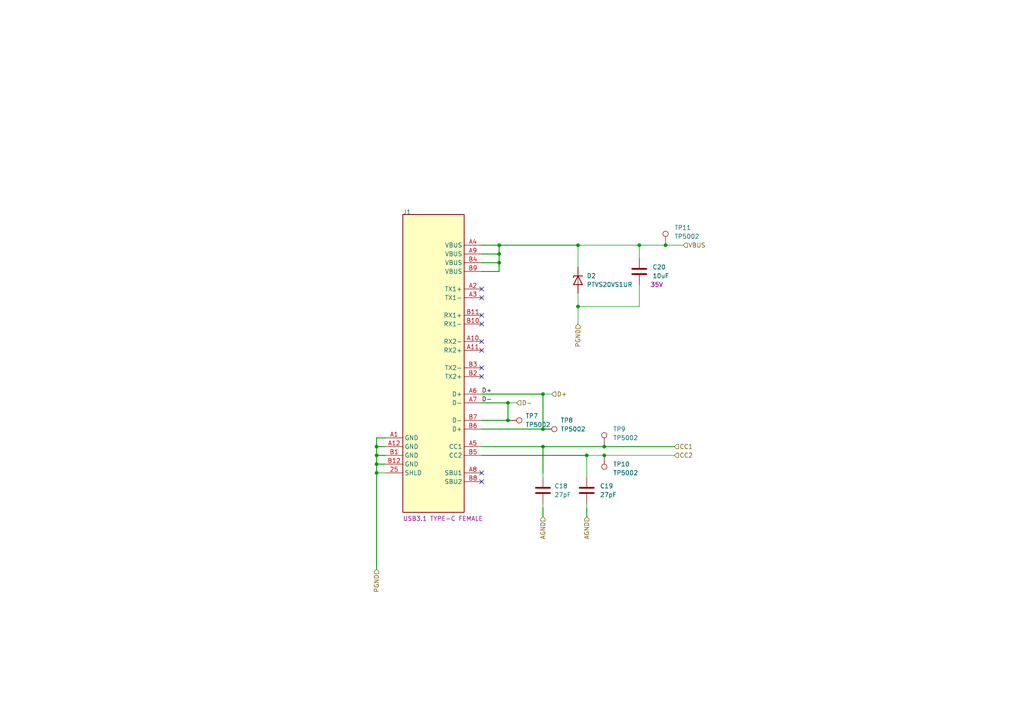
<source format=kicad_sch>
(kicad_sch (version 20211123) (generator eeschema)
  (paper "A4")
  (lib_symbols
    (symbol "Connector:0_mirrored_USBC_Receptacle_SMD_RA"
      (property "Reference" "J1" (at -17.78 0 0))
      (property "ALTIUM_VALUE" "USB3.1 TYPE-C FEMALE" (at -17.78 -88.9 0))
      (symbol "0_mirrored_USBC_Receptacle_SMD_RA_1_0"
        (rectangle (start 0 0) (end -17.78 -86.36) (stroke (width 0.254)) (fill (type background)))
        (pin passive line (at -22.86 -74.93 0) (length 5.08) (name "SHLD") (number "25"))
        (pin passive line (at -22.86 -64.77 0) (length 5.08) (name "GND") (number "A1"))
        (pin passive line (at 5.08 -36.83 180) (length 5.08) (name "RX2-") (number "A10"))
        (pin passive line (at 5.08 -39.37 180) (length 5.08) (name "RX2+") (number "A11"))
        (pin passive line (at -22.86 -67.31 0) (length 5.08) (name "GND") (number "A12"))
        (pin passive line (at 5.08 -21.59 180) (length 5.08) (name "TX1+") (number "A2"))
        (pin passive line (at 5.08 -24.13 180) (length 5.08) (name "TX1-") (number "A3"))
        (pin passive line (at 5.08 -8.89 180) (length 5.08) (name "VBUS") (number "A4"))
        (pin passive line (at 5.08 -67.31 180) (length 5.08) (name "CC1") (number "A5"))
        (pin passive line (at 5.08 -52.07 180) (length 5.08) (name "D+") (number "A6"))
        (pin passive line (at 5.08 -54.61 180) (length 5.08) (name "D-") (number "A7"))
        (pin passive line (at 5.08 -74.93 180) (length 5.08) (name "SBU1") (number "A8"))
        (pin passive line (at 5.08 -11.43 180) (length 5.08) (name "VBUS") (number "A9"))
        (pin passive line (at -22.86 -69.85 0) (length 5.08) (name "GND") (number "B1"))
        (pin passive line (at 5.08 -31.75 180) (length 5.08) (name "RX1-") (number "B10"))
        (pin passive line (at 5.08 -29.21 180) (length 5.08) (name "RX1+") (number "B11"))
        (pin passive line (at -22.86 -72.39 0) (length 5.08) (name "GND") (number "B12"))
        (pin passive line (at 5.08 -46.99 180) (length 5.08) (name "TX2+") (number "B2"))
        (pin passive line (at 5.08 -44.45 180) (length 5.08) (name "TX2-") (number "B3"))
        (pin passive line (at 5.08 -13.97 180) (length 5.08) (name "VBUS") (number "B4"))
        (pin passive line (at 5.08 -69.85 180) (length 5.08) (name "CC2") (number "B5"))
        (pin passive line (at 5.08 -62.23 180) (length 5.08) (name "D+") (number "B6"))
        (pin passive line (at 5.08 -59.69 180) (length 5.08) (name "D-") (number "B7"))
        (pin passive line (at 5.08 -77.47 180) (length 5.08) (name "SBU2") (number "B8"))
        (pin passive line (at 5.08 -16.51 180) (length 5.08) (name "VBUS") (number "B9"))
      )
    )
    (symbol "Connector:TestPoint" (pin_numbers hide) (pin_names (offset 0.762) hide)
      (property "Reference" "TP" (at 0 6.858 0))
      (property "Value" "TestPoint" (at 0 5.08 0))
      (symbol "TestPoint_0_1"
        (circle (center 0 3.302) (radius 0.762))
      )
      (symbol "TestPoint_1_1"
        (pin passive line (at 0 0 90) (length 2.54) (name "1") (number "1"))
      )
    )
    (symbol "Device:C" (pin_numbers hide) (pin_names (offset 0.254))
      (property "Reference" "C" (at 0.635 2.54 0))
      (property "Value" "C" (at 0.635 -2.54 0))
      (symbol "C_0_1"
        (polyline (pts (xy -2.032 -0.762) (xy 2.032 -0.762)) (stroke (width 0.508)))
        (polyline (pts (xy -2.032 0.762) (xy 2.032 0.762)) (stroke (width 0.508)))
      )
      (symbol "C_1_1"
        (pin passive line (at 0 3.81 270) (length 2.794) (name "~") (number "1"))
        (pin passive line (at 0 -3.81 90) (length 2.794) (name "~") (number "2"))
      )
    )
    (symbol "Device:D_Zener" (pin_numbers hide) (pin_names (offset 1.016) hide)
      (property "Reference" "D" (at 0 2.54 0))
      (property "Value" "D_Zener" (at 0 -2.54 0))
      (symbol "D_Zener_0_1"
        (polyline (pts (xy 1.27 0) (xy -1.27 0)))
        (polyline (pts (xy -1.27 -1.27) (xy -1.27 1.27) (xy -0.762 1.27)) (stroke (width 0.254)))
        (polyline (pts (xy 1.27 -1.27) (xy 1.27 1.27) (xy -1.27 0) (xy 1.27 -1.27)) (stroke (width 0.254)))
      )
      (symbol "D_Zener_1_1"
        (pin passive line (at -3.81 0 0) (length 2.54) (name "K") (number "1"))
        (pin passive line (at 3.81 0 180) (length 2.54) (name "A") (number "2"))
      )
    )
  )
  (junction (at 157.48 124.46))
  (junction (at 167.64 88.9))
  (junction (at 157.48 114.3))
  (junction (at 147.32 116.84))
  (junction (at 147.32 121.92))
  (junction (at 175.26 132.08))
  (junction (at 193.04 71.12))
  (junction (at 109.22 132.08))
  (junction (at 144.78 76.2))
  (junction (at 109.22 137.16))
  (junction (at 109.22 134.62))
  (junction (at 144.78 71.12))
  (junction (at 109.22 129.54))
  (junction (at 170.18 132.08))
  (junction (at 175.26 129.54))
  (junction (at 157.48 129.54))
  (junction (at 144.78 73.66))
  (junction (at 185.42 71.12))
  (junction (at 167.64 71.12))
  (no_connect (at 139.7 99.06))
  (no_connect (at 139.7 109.22))
  (no_connect (at 139.7 93.98))
  (no_connect (at 139.7 101.6))
  (no_connect (at 139.7 91.44))
  (no_connect (at 139.7 83.82))
  (no_connect (at 139.7 137.16))
  (no_connect (at 139.7 139.7))
  (no_connect (at 139.7 86.36))
  (no_connect (at 139.7 106.68))
  (wire (pts (xy 157.48 146.05) (xy 157.48 147.32)))
  (wire (pts (xy 147.32 116.84) (xy 139.7 116.84)) (stroke (width 0.254)))
  (wire (pts (xy 185.42 71.12) (xy 193.04 71.12)))
  (wire (pts (xy 144.78 76.2) (xy 144.78 73.66)) (stroke (width 0.254)))
  (wire (pts (xy 144.78 71.12) (xy 167.64 71.12)) (stroke (width 0.254)))
  (wire (pts (xy 109.22 132.08) (xy 109.22 134.62)) (stroke (width 0.254)))
  (wire (pts (xy 139.7 129.54) (xy 157.48 129.54)) (stroke (width 0.254)))
  (wire (pts (xy 139.7 76.2) (xy 144.78 76.2)) (stroke (width 0.254)))
  (wire (pts (xy 170.18 146.05) (xy 170.18 147.32)))
  (wire (pts (xy 170.18 132.08) (xy 170.18 138.43)))
  (wire (pts (xy 157.48 114.3) (xy 160.02 114.3)))
  (wire (pts (xy 157.48 137.16) (xy 157.48 138.43)))
  (wire (pts (xy 109.22 127) (xy 109.22 129.54)) (stroke (width 0.254)))
  (wire (pts (xy 175.26 129.54) (xy 195.58 129.54)) (stroke (width 0.254)))
  (wire (pts (xy 170.18 132.08) (xy 175.26 132.08)))
  (wire (pts (xy 144.78 71.12) (xy 139.7 71.12)) (stroke (width 0.254)))
  (wire (pts (xy 193.04 71.12) (xy 198.12 71.12)))
  (wire (pts (xy 139.7 132.08) (xy 170.18 132.08)) (stroke (width 0.254)))
  (wire (pts (xy 109.22 137.16) (xy 109.22 165.1)) (stroke (width 0.254)))
  (wire (pts (xy 111.76 127) (xy 109.22 127)) (stroke (width 0.254)))
  (wire (pts (xy 139.7 73.66) (xy 144.78 73.66)) (stroke (width 0.254)))
  (wire (pts (xy 167.64 93.98) (xy 167.64 88.9)))
  (wire (pts (xy 109.22 134.62) (xy 109.22 137.16)) (stroke (width 0.254)))
  (wire (pts (xy 185.42 71.12) (xy 185.42 74.93)))
  (wire (pts (xy 167.64 71.12) (xy 185.42 71.12)))
  (wire (pts (xy 111.76 134.62) (xy 109.22 134.62)) (stroke (width 0.254)))
  (wire (pts (xy 109.22 129.54) (xy 109.22 132.08)) (stroke (width 0.254)))
  (wire (pts (xy 170.18 149.86) (xy 170.18 147.32)) (stroke (width 0.254)))
  (wire (pts (xy 157.48 137.16) (xy 157.48 129.54)) (stroke (width 0.254)))
  (wire (pts (xy 139.7 78.74) (xy 144.78 78.74)) (stroke (width 0.254)))
  (wire (pts (xy 147.32 116.84) (xy 149.86 116.84)))
  (wire (pts (xy 167.64 88.9) (xy 185.42 88.9)))
  (wire (pts (xy 147.32 121.92) (xy 147.32 116.84)) (stroke (width 0.254)))
  (wire (pts (xy 157.48 129.54) (xy 175.26 129.54)) (stroke (width 0.254)))
  (wire (pts (xy 144.78 73.66) (xy 144.78 71.12)) (stroke (width 0.254)))
  (wire (pts (xy 175.26 132.08) (xy 195.58 132.08)))
  (wire (pts (xy 111.76 129.54) (xy 109.22 129.54)) (stroke (width 0.254)))
  (wire (pts (xy 167.64 71.12) (xy 167.64 77.47)))
  (wire (pts (xy 109.22 137.16) (xy 111.76 137.16)))
  (wire (pts (xy 139.7 124.46) (xy 157.48 124.46)) (stroke (width 0.254)))
  (wire (pts (xy 144.78 78.74) (xy 144.78 76.2)) (stroke (width 0.254)))
  (wire (pts (xy 185.42 82.55) (xy 185.42 88.9)))
  (wire (pts (xy 157.48 149.86) (xy 157.48 147.32)) (stroke (width 0.254)))
  (wire (pts (xy 157.48 114.3) (xy 139.7 114.3)) (stroke (width 0.254)))
  (wire (pts (xy 167.64 85.09) (xy 167.64 88.9)))
  (wire (pts (xy 157.48 124.46) (xy 157.48 114.3)) (stroke (width 0.254)))
  (wire (pts (xy 111.76 132.08) (xy 109.22 132.08)) (stroke (width 0.254)))
  (wire (pts (xy 139.7 121.92) (xy 147.32 121.92)) (stroke (width 0.254)))
  (label "D-" (at 139.7 116.84 0))
  (label "D+" (at 139.7 114.3 0))
  (hierarchical_label "AGND" (shape input) (at 170.18 149.86 270))
  (hierarchical_label "AGND" (shape input) (at 157.48 149.86 270))
  (hierarchical_label "PGND" (shape input) (at 109.22 165.1 270))
  (hierarchical_label "CC1" (shape input) (at 195.58 129.54 0))
  (hierarchical_label "CC2" (shape input) (at 195.58 132.08 0))
  (hierarchical_label "VBUS" (shape input) (at 198.12 71.12 0))
  (hierarchical_label "D-" (shape input) (at 149.86 116.84 0))
  (hierarchical_label "PGND" (shape input) (at 167.64 93.98 270))
  (hierarchical_label "D+" (shape input) (at 160.02 114.3 0))
  (symbol (lib_id "Device:C") (at 185.42 78.74 0) (unit 1)
    (property "Reference" "C20" (at 189.23 77.4699 0) (effects (justify left)))
    (property "Value" "10uF" (at 189.23 80.0099 0) (effects (justify left)))
    (property "Footprint" "Capacitor_SMD:C_0805_2012Metric" (effects hide))
    (property "Description" "35V" (at 190.5 82.55 0))
  )
  (symbol (lib_id "Connector:TestPoint") (at 157.48 124.46 270) (unit 1)
    (property "Reference" "TP8" (at 162.56 121.92 90) (effects (justify left)))
    (property "Value" "TP5002" (at 162.56 124.46 90) (effects (justify left)))
    (property "Footprint" "TestPoint:KEYSTONE_5002" (effects hide))
    (property "Description" "ExtC_D+" (effects hide))
    (property "Manufacturer" "Keystone Electronics" (effects hide))
    (property "Part Number" "5002" (effects hide))
  )
  (symbol (lib_id "Device:D_Zener") (at 167.64 81.28 90) (mirror x) (unit 1)
    (property "Reference" "D2" (at 170.18 80.0099 90) (effects (justify right)))
    (property "Value" "PTVS20VS1UR" (at 170.18 82.5499 90) (effects (justify right)))
    (property "Footprint" "Diode_SMD:Nexperia_CFP3_SOD-123W" (effects hide))
    (property "Datasheet" "https://www.mouser.jp/datasheet/2/916/PTVSXS1UR_SER-1545507.pdf" (effects hide))
    (property "Part Number" "PTVS20VS1UR" (effects hide))
    (property "Description" "TVS Diode 20V" (effects hide))
    (property "Manufacturer" "Nexperia" (effects hide))
  )
  (symbol (lib_id "Connector:TestPoint") (at 175.26 129.54 0) (unit 1)
    (property "Reference" "TP9" (at 177.8 124.46 0) (effects (justify left)))
    (property "Value" "TP5002" (at 177.8 127 0) (effects (justify left)))
    (property "Footprint" "TestPoint:KEYSTONE_5002" (effects hide))
    (property "Description" "ExtC_CC1" (effects hide))
    (property "Manufacturer" "Keystone Electronics" (effects hide))
    (property "Part Number" "5002" (effects hide))
  )
  (symbol (lib_id "Device:C") (at 170.18 142.24 0) (unit 1)
    (property "Reference" "C19" (at 173.99 140.9699 0) (effects (justify left)))
    (property "Value" "27pF" (at 173.99 143.5099 0) (effects (justify left)))
    (property "Footprint" "Capacitor_SMD:C_0402_1005Metric" (effects hide))
    (property "Description" "50V" (effects hide))
    (property "Manufacturer" "Murata" (effects hide))
    (property "Part Number" "GRM1555C1H270JA01J" (effects hide))
  )
  (symbol (lib_id "Connector:TestPoint") (at 193.04 71.12 0) (unit 1)
    (property "Reference" "TP11" (at 195.58 66.04 0) (effects (justify left)))
    (property "Value" "TP5002" (at 195.58 68.58 0) (effects (justify left)))
    (property "Footprint" "TestPoint:KEYSTONE_5002" (effects hide))
    (property "Description" "ExtC_VBUS" (effects hide))
    (property "Manufacturer" "Keystone Electronics" (effects hide))
    (property "Part Number" "5002" (effects hide))
  )
  (symbol (lib_id "Connector:0_mirrored_USBC_Receptacle_SMD_RA") (at 134.62 62.23 0) (unit 1)
    (property "Reference" "J1" (at 116.84 62.23 0) (effects (justify left bottom)))
    (property "Value" "USBC_Receptacle_SMD_RA" (effects hide))
    (property "Footprint" "AltiumImports:CON_USB3.1-C_RCPT_SMD_RA_ACP_12401610E4#2A" (effects hide))
    (property "ALTIUM_VALUE" "USB3.1 TYPE-C FEMALE" (at 116.84 151.13 0) (effects (justify left bottom)))
    (property "REVISION" "1" (effects hide))
    (property "SYMBOL" "USBC_Receptacle_SMD_RA" (effects hide))
    (property "STATUS" "MCL Design" (effects hide))
    (property "DEV TOOLS STATUS" "Production" (effects hide))
    (property "COMPONENTLINK1URL" "https://chn-vm-apps.microchip.com/mchprepo/parts/Datasheets/USBC-Receptacle-SMT-RA-Amphenol" (effects hide))
    (property "COMPONENTLINK1DESCRIPTION" "SVN Datasheet" (effects hide))
    (property "COMPONENTLINK2URL" "C~{:}ALTIUM_WOR~{K}00001_MCHP-CD~{B}Datasheet~{s}USBC-Receptacle-SMT-RA-Amphenol" (effects hide))
    (property "COMPONENTLINK2DESCRIPTION" "Local Datasheet" (effects hide))
    (property "COMPONENTLINK3URL" "C~{:}ALTIUM_WOR~{K}00001_MCHP-CD~{B}Librar~{y}LibraryRef~{s}USBC_Receptacle_SMD_RA.SchLib" (effects hide))
    (property "COMPONENTLINK3DESCRIPTION" "Open Symbol" (effects hide))
    (property "COMPONENTLINK4URL" "C~{:}ALTIUM_WOR~{K}00001_MCHP-CD~{B}Librar~{y}Footprint~{s}CON_USB3.1-C_RCPT_SMD_RA_ACP_12401610E4#2A.PcbLib" (effects hide))
    (property "COMPONENTLINK4DESCRIPTION" "Open Footprint" (effects hide))
    (property "COMPONENTLINK5DESCRIPTION" "Open Footprint 2" (effects hide))
    (property "COMPONENTLINK6DESCRIPTION" "Open Footprint 3" (effects hide))
    (property "COMPONENTLINK7DESCRIPTION" "Open Footprint 4" (effects hide))
    (property "TYPE" "USB" (effects hide))
    (property "CATEGORY" "Connector" (effects hide))
    (property "OWNER" "Jennifer Hancock" (effects hide))
    (property "CURRENT" "5A" (effects hide))
    (property "SUPPLIER 1" "Digi-Key" (effects hide))
    (property "SUPPLIER PART NUMBER 1" "12401610E4#2ACT-ND" (effects hide))
    (property "CUSTOM PARAMETERS" "TID=5200000514,UNG=Approved" (effects hide))
    (property "POPULATED" "YES" (effects hide))
    (property "QUANTITY OVERRIDE" "1" (effects hide))
    (property "Description" "CON USB3.1 TID TYPE-C Female SMD R/A" (effects hide))
    (property "Manufacturer" "Amphenol Commercial Products" (effects hide))
    (property "Part Number" "12401610E4#2A" (effects hide))
  )
  (symbol (lib_id "Connector:TestPoint") (at 147.32 121.92 270) (unit 1)
    (property "Reference" "TP7" (at 152.4 120.6499 90) (effects (justify left)))
    (property "Value" "TP5002" (at 152.4 123.1899 90) (effects (justify left)))
    (property "Footprint" "TestPoint:KEYSTONE_5002" (effects hide))
    (property "Description" "ExtC_D-" (effects hide))
    (property "Manufacturer" "Keystone Electronics" (effects hide))
    (property "Part Number" "5002" (effects hide))
  )
  (symbol (lib_id "Connector:TestPoint") (at 175.26 132.08 180) (unit 1)
    (property "Reference" "TP10" (at 177.8 134.62 0) (effects (justify right)))
    (property "Value" "TP5002" (at 177.8 137.16 0) (effects (justify right)))
    (property "Footprint" "TestPoint:KEYSTONE_5002" (effects hide))
    (property "Description" "ExtC_CC2" (effects hide))
    (property "Manufacturer" "Keystone Electronics" (effects hide))
    (property "Part Number" "5002" (effects hide))
  )
  (symbol (lib_id "Device:C") (at 157.48 142.24 0) (unit 1)
    (property "Reference" "C18" (at 160.782 140.97 0) (effects (justify left)))
    (property "Value" "27pF" (at 160.782 143.51 0) (effects (justify left)))
    (property "Footprint" "Capacitor_SMD:C_0402_1005Metric" (effects hide))
    (property "Description" "50V" (effects hide))
    (property "Manufacturer" "Murata" (effects hide))
    (property "Part Number" "GRM1555C1H270JA01J" (effects hide))
  )
)
</source>
